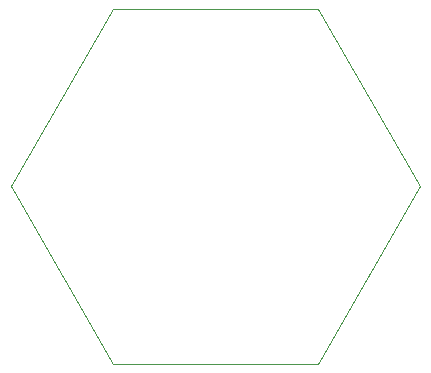
<source format=gko>
G04*
G04 #@! TF.GenerationSoftware,Altium Limited,Altium Designer,25.8.1 (18)*
G04*
G04 Layer_Color=16711935*
%FSLAX44Y44*%
%MOMM*%
G71*
G04*
G04 #@! TF.SameCoordinates,49EF26A0-86A8-49CD-8BE6-FAAFDC87ECF6*
G04*
G04*
G04 #@! TF.FilePolarity,Positive*
G04*
G01*
G75*
%ADD55C,0.1001*%
D55*
X-86599Y-150000D02*
X86599D01*
X-173200Y0D02*
X-86599Y-150000D01*
X86599D02*
X173200Y0D01*
X-173200D02*
X-86599Y150000D01*
X86599D01*
X173200Y0D01*
M02*

</source>
